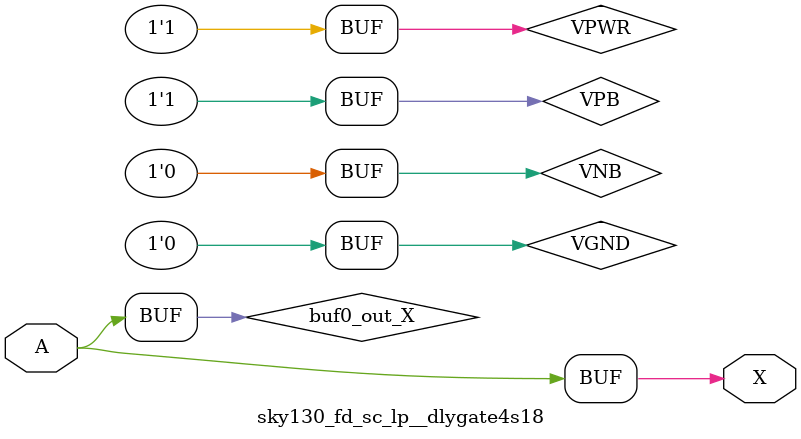
<source format=v>
/*
 * Copyright 2020 The SkyWater PDK Authors
 *
 * Licensed under the Apache License, Version 2.0 (the "License");
 * you may not use this file except in compliance with the License.
 * You may obtain a copy of the License at
 *
 *     https://www.apache.org/licenses/LICENSE-2.0
 *
 * Unless required by applicable law or agreed to in writing, software
 * distributed under the License is distributed on an "AS IS" BASIS,
 * WITHOUT WARRANTIES OR CONDITIONS OF ANY KIND, either express or implied.
 * See the License for the specific language governing permissions and
 * limitations under the License.
 *
 * SPDX-License-Identifier: Apache-2.0
*/


`ifndef SKY130_FD_SC_LP__DLYGATE4S18_TIMING_V
`define SKY130_FD_SC_LP__DLYGATE4S18_TIMING_V

/**
 * dlygate4s18: Delay Buffer 4-stage 0.18um length inner stage gates.
 *
 * Verilog simulation timing model.
 */

`timescale 1ns / 1ps
`default_nettype none

`celldefine
module sky130_fd_sc_lp__dlygate4s18 (
    X,
    A
);

    // Module ports
    output X;
    input  A;

    // Module supplies
    supply1 VPWR;
    supply0 VGND;
    supply1 VPB ;
    supply0 VNB ;

    // Local signals
    wire buf0_out_X;

    //  Name  Output      Other arguments
    buf buf0 (buf0_out_X, A              );
    buf buf1 (X         , buf0_out_X     );

endmodule
`endcelldefine

`default_nettype wire
`endif  // SKY130_FD_SC_LP__DLYGATE4S18_TIMING_V

</source>
